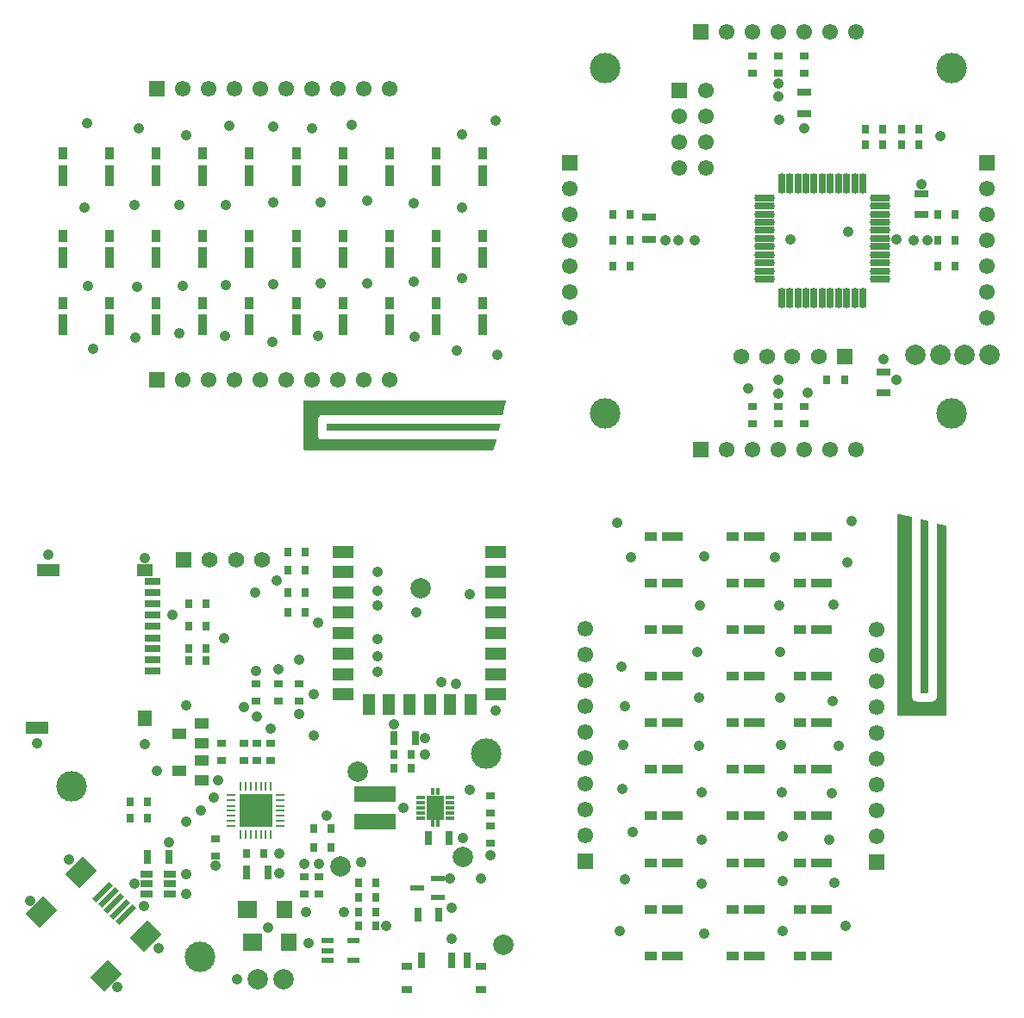
<source format=gts>
%MOIN*%
%OFA0B0*%
%FSLAX33Y33*%
%IPPOS*%
%LPD*%
%AMRect-W2000001-H800001-RO0.500*
21,1,0.078740196850393712,0.031496102362204723,0,0,360*%
%AMRect-W1200000-H800001-RO0.500*
21,1,0.047244094488188976,0.031496102362204723,0,0,360*%
%AMCOMP11893*
4,1,3,
-0.039370098425196856,-0.015748051181102354,
0.039370098425196856,-0.015748051181102372,
0.039370098425196856,0.015748051181102354,
-0.039370098425196856,0.015748051181102372,
0*%
%AMCOMP11894*
4,1,3,
-0.023622047244094491,-0.015748051181102354,
0.023622047244094484,-0.015748051181102368,
0.023622047244094491,0.015748051181102354,
-0.023622047244094484,0.015748051181102368,
0*%
%AMRect-W670710-H1320710-RO1.5000*
21,1,0.026405905511811028,0.05199645669291339,0,0,90*%
%AMRR-H1953199-W753199-R274999-RO1.5000*
21,1,0.00800003937007874,0.076897598425196848,0,0,90*
21,1,0.029653503937007875,0.055244133858267715,0,0,90*
1,1,0.021653464566929133,-0.027622066929133857,-0.00400001968503937*
1,1,0.021653464566929133,-0.027622066929133857,0.00400001968503937*
1,1,0.021653464566929133,0.027622066929133857,0.00400001968503937*
1,1,0.021653464566929133,0.027622066929133857,-0.00400001968503937*%
%AMRR-H1953199-W753199-R274999-RO0.0000*
21,1,0.00800003937007874,0.076897598425196848,0,0,360*
21,1,0.029653503937007875,0.055244133858267715,0,0,360*
1,1,0.021653464566929133,-0.00400001968503937,0.027622066929133857*
1,1,0.021653464566929133,0.00400001968503937,0.027622066929133857*
1,1,0.021653464566929133,0.00400001968503937,-0.027622066929133857*
1,1,0.021653464566929133,-0.00400001968503937,-0.027622066929133857*%
%AMRect-W670710-H870710-RO1.0000*
21,1,0.026405905511811028,0.03427992125984252,0,0,180*%
%AMRect-W1550000-H1550000-RO0.5000*
21,1,0.0610236220472441,0.0610236220472441,0,0,270*%
%AMRect-W670710-H1320710-RO0.5000*
21,1,0.026405905511811028,0.05199645669291339,0,0,270*%
%AMRect-W1570000-H1570000-RO1.0000*
21,1,0.061811023622047247,0.061811023622047247,0,0,180*%
%AMRect-W670710-H870710-RO1.5000*
21,1,0.026405905511811028,0.03427992125984252,0,0,90*%
%AMRect-W670710-H870710-RO0.5000*
21,1,0.026405905511811028,0.03427992125984252,0,0,270*%
%AMCOMP119150*
4,1,3,
0.025998228346456695,-0.013202952755905516,
0.025998228346456695,0.013202952755905511,
-0.025998228346456695,0.013202952755905516,
-0.025998228346456695,-0.013202952755905511,
0*%
%AMCOMP119160*
4,1,3,
0.038448799212598424,-0.0040000196850393721,
0.038448799212598424,0.0040000196850393677,
-0.038448799212598424,0.0040000196850393721,
-0.038448799212598424,-0.0040000196850393677,
0*
4,1,3,
0.027622066929133857,-0.014826751968503939,
0.027622066929133857,0.014826751968503934,
-0.027622066929133857,0.014826751968503939,
-0.027622066929133857,-0.014826751968503934,
0*
4,1,19,
-0.027622066929133857,0.0068267125984251978,
-0.024276422659995425,0.0062968146033327158,
-0.021258273362394574,0.0047589907258313458,
-0.018863056518263144,0.002363773881699914,
-0.017325232640761776,-0.00065437541590093794,
-0.016795334645669291,-0.0040000196850393695,
-0.017325232640761773,-0.0073456639541778007,
-0.01886305651826314,-0.010363813251778655,
-0.021258273362394574,-0.012759030095910085,
-0.024276422659995425,-0.014296853973411452,
-0.027622066929133857,-0.014826751968503938,
-0.030967711198272293,-0.014296853973411452,
-0.033985860495873141,-0.012759030095910087,
-0.036381077340004571,-0.010363813251778655,
-0.037918901217505942,-0.0073456639541778041,
-0.038448799212598424,-0.0040000196850393721,
-0.037918901217505942,-0.00065437541590094022,
-0.036381077340004578,0.0023637738816999127,
-0.033985860495873141,0.0047589907258313432,
-0.030967711198272293,0.0062968146033327141,
0*
4,1,19,
-0.027622066929133857,0.014826751968503938,
-0.024276422659995425,0.014296853973411456,
-0.021258273362394574,0.012759030095910087,
-0.018863056518263144,0.010363813251778655,
-0.017325232640761776,0.0073456639541778033,
-0.016795334645669291,0.00400001968503937,
-0.017325232640761773,0.000654375415900939,
-0.01886305651826314,-0.002363773881699914,
-0.021258273362394574,-0.0047589907258313449,
-0.024276422659995425,-0.0062968146033327141,
-0.027622066929133857,-0.0068267125984251978,
-0.030967711198272293,-0.0062968146033327141,
-0.033985860495873141,-0.0047589907258313467,
-0.036381077340004571,-0.0023637738816999149,
-0.037918901217505942,0.00065437541590093631,
-0.038448799212598424,0.0040000196850393677,
-0.037918901217505942,0.0073456639541778007,
-0.036381077340004578,0.010363813251778653,
-0.033985860495873141,0.012759030095910085,
-0.030967711198272293,0.014296853973411452,
0*
4,1,19,
0.027622066929133857,0.014826751968503938,
0.030967711198272293,0.014296853973411456,
0.033985860495873141,0.012759030095910087,
0.036381077340004571,0.010363813251778655,
0.037918901217505942,0.0073456639541778033,
0.038448799212598424,0.00400001968503937,
0.037918901217505942,0.000654375415900939,
0.036381077340004578,-0.002363773881699914,
0.033985860495873141,-0.0047589907258313449,
0.030967711198272293,-0.0062968146033327141,
0.027622066929133857,-0.0068267125984251978,
0.024276422659995425,-0.0062968146033327141,
0.021258273362394577,-0.0047589907258313467,
0.018863056518263144,-0.0023637738816999149,
0.017325232640761776,0.00065437541590093631,
0.016795334645669291,0.0040000196850393677,
0.017325232640761773,0.0073456639541778007,
0.01886305651826314,0.010363813251778653,
0.021258273362394574,0.012759030095910085,
0.024276422659995425,0.014296853973411452,
0*
4,1,19,
0.027622066929133857,0.0068267125984251978,
0.030967711198272293,0.0062968146033327158,
0.033985860495873141,0.0047589907258313458,
0.036381077340004571,0.002363773881699914,
0.037918901217505942,-0.00065437541590093794,
0.038448799212598424,-0.0040000196850393695,
0.037918901217505942,-0.0073456639541778007,
0.036381077340004578,-0.010363813251778655,
0.033985860495873141,-0.012759030095910085,
0.030967711198272293,-0.014296853973411452,
0.027622066929133857,-0.014826751968503938,
0.024276422659995425,-0.014296853973411452,
0.021258273362394577,-0.012759030095910087,
0.018863056518263144,-0.010363813251778655,
0.017325232640761776,-0.0073456639541778041,
0.016795334645669291,-0.0040000196850393721,
0.017325232640761773,-0.00065437541590094022,
0.01886305651826314,0.0023637738816999127,
0.021258273362394574,0.0047589907258313432,
0.024276422659995425,0.0062968146033327141,
0*%
%AMCOMP119170*
4,1,3,
-0.00400001968503938,-0.038448799212598424,
0.0040000196850393608,-0.038448799212598424,
0.00400001968503938,0.038448799212598424,
-0.0040000196850393608,0.038448799212598424,
0*
4,1,3,
-0.014826751968503943,-0.027622066929133854,
0.014826751968503931,-0.027622066929133864,
0.014826751968503943,0.027622066929133854,
-0.014826751968503931,0.027622066929133864,
0*
4,1,19,
-0.00400001968503937,0.038448799212598424,
-0.00065437541590093848,0.037918901217505942,
0.002363773881699914,0.036381077340004578,
0.0047589907258313449,0.033985860495873141,
0.0062968146033327141,0.030967711198272293,
0.0068267125984251978,0.027622066929133857,
0.0062968146033327158,0.024276422659995425,
0.0047589907258313458,0.021258273362394574,
0.0023637738816999149,0.018863056518263144,
-0.00065437541590093685,0.017325232640761776,
-0.0040000196850393695,0.016795334645669291,
-0.007345663954177805,0.017325232640761776,
-0.010363813251778653,0.01886305651826314,
-0.012759030095910085,0.021258273362394574,
-0.014296853973411452,0.024276422659995425,
-0.014826751968503938,0.027622066929133857,
-0.014296853973411456,0.030967711198272286,
-0.012759030095910087,0.033985860495873141,
-0.010363813251778656,0.036381077340004571,
-0.007345663954177805,0.037918901217505942,
0*
4,1,19,
0.00400001968503937,0.038448799212598424,
0.0073456639541778015,0.037918901217505942,
0.010363813251778655,0.036381077340004578,
0.012759030095910085,0.033985860495873141,
0.014296853973411452,0.030967711198272293,
0.014826751968503938,0.027622066929133857,
0.014296853973411456,0.024276422659995425,
0.012759030095910087,0.021258273362394574,
0.010363813251778655,0.018863056518263144,
0.0073456639541778033,0.017325232640761776,
0.0040000196850393712,0.016795334645669291,
0.00065437541590093523,0.017325232640761776,
-0.0023637738816999127,0.01886305651826314,
-0.0047589907258313449,0.021258273362394574,
-0.0062968146033327141,0.024276422659995425,
-0.0068267125984251978,0.027622066929133857,
-0.0062968146033327158,0.030967711198272286,
-0.0047589907258313467,0.033985860495873141,
-0.0023637738816999162,0.036381077340004571,
0.00065437541590093577,0.037918901217505942,
0*
4,1,19,
0.00400001968503937,-0.016795334645669291,
0.0073456639541778015,-0.017325232640761773,
0.010363813251778655,-0.01886305651826314,
0.012759030095910085,-0.021258273362394574,
0.014296853973411452,-0.024276422659995425,
0.014826751968503938,-0.027622066929133857,
0.014296853973411456,-0.030967711198272293,
0.012759030095910087,-0.033985860495873141,
0.010363813251778655,-0.036381077340004571,
0.0073456639541778033,-0.037918901217505942,
0.0040000196850393712,-0.038448799212598424,
0.00065437541590093523,-0.037918901217505942,
-0.0023637738816999127,-0.036381077340004578,
-0.0047589907258313449,-0.033985860495873141,
-0.0062968146033327141,-0.030967711198272293,
-0.0068267125984251978,-0.027622066929133857,
-0.0062968146033327158,-0.024276422659995429,
-0.0047589907258313467,-0.021258273362394577,
-0.0023637738816999162,-0.018863056518263147,
0.00065437541590093577,-0.017325232640761776,
0*
4,1,19,
-0.00400001968503937,-0.016795334645669291,
-0.00065437541590093848,-0.017325232640761773,
0.002363773881699914,-0.01886305651826314,
0.0047589907258313449,-0.021258273362394574,
0.0062968146033327141,-0.024276422659995425,
0.0068267125984251978,-0.027622066929133857,
0.0062968146033327158,-0.030967711198272293,
0.0047589907258313458,-0.033985860495873141,
0.0023637738816999149,-0.036381077340004571,
-0.00065437541590093685,-0.037918901217505942,
-0.0040000196850393695,-0.038448799212598424,
-0.007345663954177805,-0.037918901217505942,
-0.010363813251778653,-0.036381077340004578,
-0.012759030095910085,-0.033985860495873141,
-0.014296853973411452,-0.030967711198272293,
-0.014826751968503938,-0.027622066929133857,
-0.014296853973411456,-0.024276422659995429,
-0.012759030095910087,-0.021258273362394577,
-0.010363813251778656,-0.018863056518263147,
-0.007345663954177805,-0.017325232640761776,
0*%
%AMCOMP119180*
4,1,3,
0.013202952755905516,0.017139960629921257,
-0.013202952755905511,0.017139960629921264,
-0.013202952755905516,-0.017139960629921257,
0.013202952755905511,-0.017139960629921264,
0*%
%AMCOMP119190*
4,1,3,
-0.030511811023622045,0.030511811023622055,
-0.030511811023622055,-0.030511811023622045,
0.030511811023622045,-0.030511811023622055,
0.030511811023622055,0.030511811023622045,
0*%
%AMCOMP119200*
4,1,3,
-0.025998228346456691,0.013202952755905517,
-0.0259982283464567,-0.013202952755905509,
0.025998228346456691,-0.013202952755905517,
0.0259982283464567,0.013202952755905509,
0*%
%AMCOMP119210*
4,1,3,
0.03090551181102363,0.03090551181102362,
-0.03090551181102362,0.03090551181102363,
-0.03090551181102363,-0.03090551181102362,
0.03090551181102362,-0.03090551181102363,
0*%
%AMCOMP119220*
4,1,3,
0.01713996062992126,-0.013202952755905514,
0.01713996062992126,0.013202952755905514,
-0.01713996062992126,0.013202952755905514,
-0.01713996062992126,-0.013202952755905514,
0*%
%AMCOMP119230*
4,1,3,
-0.017139960629921257,0.013202952755905516,
-0.017139960629921264,-0.013202952755905511,
0.017139960629921257,-0.013202952755905516,
0.017139960629921264,0.013202952755905511,
0*%
%AMCOMP12115*
4,1,3,
-0.039370098425196856,-0.015748051181102354,
0.039370098425196856,-0.015748051181102372,
0.039370098425196856,0.015748051181102354,
-0.039370098425196856,0.015748051181102372,
0*%
%AMCOMP12116*
4,1,3,
-0.023622047244094491,-0.015748051181102354,
0.023622047244094484,-0.015748051181102368,
0.023622047244094491,0.015748051181102354,
-0.023622047244094484,0.015748051181102368,
0*%
%AMCOMP12117*
4,1,3,
0.025998228346456695,-0.013202952755905516,
0.025998228346456695,0.013202952755905511,
-0.025998228346456695,0.013202952755905516,
-0.025998228346456695,-0.013202952755905511,
0*%
%AMCOMP12118*
4,1,3,
0.038448799212598424,-0.0040000196850393721,
0.038448799212598424,0.0040000196850393677,
-0.038448799212598424,0.0040000196850393721,
-0.038448799212598424,-0.0040000196850393677,
0*
4,1,3,
0.027622066929133857,-0.014826751968503939,
0.027622066929133857,0.014826751968503934,
-0.027622066929133857,0.014826751968503939,
-0.027622066929133857,-0.014826751968503934,
0*
4,1,19,
-0.027622066929133857,0.0068267125984251978,
-0.024276422659995425,0.0062968146033327158,
-0.021258273362394574,0.0047589907258313458,
-0.018863056518263144,0.002363773881699914,
-0.017325232640761776,-0.00065437541590093794,
-0.016795334645669291,-0.0040000196850393695,
-0.017325232640761773,-0.0073456639541778007,
-0.01886305651826314,-0.010363813251778655,
-0.021258273362394574,-0.012759030095910085,
-0.024276422659995425,-0.014296853973411452,
-0.027622066929133857,-0.014826751968503938,
-0.030967711198272293,-0.014296853973411452,
-0.033985860495873141,-0.012759030095910087,
-0.036381077340004571,-0.010363813251778655,
-0.037918901217505942,-0.0073456639541778041,
-0.038448799212598424,-0.0040000196850393721,
-0.037918901217505942,-0.00065437541590094022,
-0.036381077340004578,0.0023637738816999127,
-0.033985860495873141,0.0047589907258313432,
-0.030967711198272293,0.0062968146033327141,
0*
4,1,19,
-0.027622066929133857,0.014826751968503938,
-0.024276422659995425,0.014296853973411456,
-0.021258273362394574,0.012759030095910087,
-0.018863056518263144,0.010363813251778655,
-0.017325232640761776,0.0073456639541778033,
-0.016795334645669291,0.00400001968503937,
-0.017325232640761773,0.000654375415900939,
-0.01886305651826314,-0.002363773881699914,
-0.021258273362394574,-0.0047589907258313449,
-0.024276422659995425,-0.0062968146033327141,
-0.027622066929133857,-0.0068267125984251978,
-0.030967711198272293,-0.0062968146033327141,
-0.033985860495873141,-0.0047589907258313467,
-0.036381077340004571,-0.0023637738816999149,
-0.037918901217505942,0.00065437541590093631,
-0.038448799212598424,0.0040000196850393677,
-0.037918901217505942,0.0073456639541778007,
-0.036381077340004578,0.010363813251778653,
-0.033985860495873141,0.012759030095910085,
-0.030967711198272293,0.014296853973411452,
0*
4,1,19,
0.027622066929133857,0.014826751968503938,
0.030967711198272293,0.014296853973411456,
0.033985860495873141,0.012759030095910087,
0.036381077340004571,0.010363813251778655,
0.037918901217505942,0.0073456639541778033,
0.038448799212598424,0.00400001968503937,
0.037918901217505942,0.000654375415900939,
0.036381077340004578,-0.002363773881699914,
0.033985860495873141,-0.0047589907258313449,
0.030967711198272293,-0.0062968146033327141,
0.027622066929133857,-0.0068267125984251978,
0.024276422659995425,-0.0062968146033327141,
0.021258273362394577,-0.0047589907258313467,
0.018863056518263144,-0.0023637738816999149,
0.017325232640761776,0.00065437541590093631,
0.016795334645669291,0.0040000196850393677,
0.017325232640761773,0.0073456639541778007,
0.01886305651826314,0.010363813251778653,
0.021258273362394574,0.012759030095910085,
0.024276422659995425,0.014296853973411452,
0*
4,1,19,
0.027622066929133857,0.0068267125984251978,
0.030967711198272293,0.0062968146033327158,
0.033985860495873141,0.0047589907258313458,
0.036381077340004571,0.002363773881699914,
0.037918901217505942,-0.00065437541590093794,
0.038448799212598424,-0.0040000196850393695,
0.037918901217505942,-0.0073456639541778007,
0.036381077340004578,-0.010363813251778655,
0.033985860495873141,-0.012759030095910085,
0.030967711198272293,-0.014296853973411452,
0.027622066929133857,-0.014826751968503938,
0.024276422659995425,-0.014296853973411452,
0.021258273362394577,-0.012759030095910087,
0.018863056518263144,-0.010363813251778655,
0.017325232640761776,-0.0073456639541778041,
0.016795334645669291,-0.0040000196850393721,
0.017325232640761773,-0.00065437541590094022,
0.01886305651826314,0.0023637738816999127,
0.021258273362394574,0.0047589907258313432,
0.024276422659995425,0.0062968146033327141,
0*%
%AMCOMP12119*
4,1,3,
-0.00400001968503938,-0.038448799212598424,
0.0040000196850393608,-0.038448799212598424,
0.00400001968503938,0.038448799212598424,
-0.0040000196850393608,0.038448799212598424,
0*
4,1,3,
-0.014826751968503943,-0.027622066929133854,
0.014826751968503931,-0.027622066929133864,
0.014826751968503943,0.027622066929133854,
-0.014826751968503931,0.027622066929133864,
0*
4,1,19,
-0.00400001968503937,0.038448799212598424,
-0.00065437541590093848,0.037918901217505942,
0.002363773881699914,0.036381077340004578,
0.0047589907258313449,0.033985860495873141,
0.0062968146033327141,0.030967711198272293,
0.0068267125984251978,0.027622066929133857,
0.0062968146033327158,0.024276422659995425,
0.0047589907258313458,0.021258273362394574,
0.0023637738816999149,0.018863056518263144,
-0.00065437541590093685,0.017325232640761776,
-0.0040000196850393695,0.016795334645669291,
-0.007345663954177805,0.017325232640761776,
-0.010363813251778653,0.01886305651826314,
-0.012759030095910085,0.021258273362394574,
-0.014296853973411452,0.024276422659995425,
-0.014826751968503938,0.027622066929133857,
-0.014296853973411456,0.030967711198272286,
-0.012759030095910087,0.033985860495873141,
-0.010363813251778656,0.036381077340004571,
-0.007345663954177805,0.037918901217505942,
0*
4,1,19,
0.00400001968503937,0.038448799212598424,
0.0073456639541778015,0.037918901217505942,
0.010363813251778655,0.036381077340004578,
0.012759030095910085,0.033985860495873141,
0.014296853973411452,0.030967711198272293,
0.014826751968503938,0.027622066929133857,
0.014296853973411456,0.024276422659995425,
0.012759030095910087,0.021258273362394574,
0.010363813251778655,0.018863056518263144,
0.0073456639541778033,0.017325232640761776,
0.0040000196850393712,0.016795334645669291,
0.00065437541590093523,0.017325232640761776,
-0.0023637738816999127,0.01886305651826314,
-0.0047589907258313449,0.021258273362394574,
-0.0062968146033327141,0.024276422659995425,
-0.0068267125984251978,0.027622066929133857,
-0.0062968146033327158,0.030967711198272286,
-0.0047589907258313467,0.033985860495873141,
-0.0023637738816999162,0.036381077340004571,
0.00065437541590093577,0.037918901217505942,
0*
4,1,19,
0.00400001968503937,-0.016795334645669291,
0.0073456639541778015,-0.017325232640761773,
0.010363813251778655,-0.01886305651826314,
0.012759030095910085,-0.021258273362394574,
0.014296853973411452,-0.024276422659995425,
0.014826751968503938,-0.027622066929133857,
0.014296853973411456,-0.030967711198272293,
0.012759030095910087,-0.033985860495873141,
0.010363813251778655,-0.036381077340004571,
0.0073456639541778033,-0.037918901217505942,
0.0040000196850393712,-0.038448799212598424,
0.00065437541590093523,-0.037918901217505942,
-0.0023637738816999127,-0.036381077340004578,
-0.0047589907258313449,-0.033985860495873141,
-0.0062968146033327141,-0.030967711198272293,
-0.0068267125984251978,-0.027622066929133857,
-0.0062968146033327158,-0.024276422659995429,
-0.0047589907258313467,-0.021258273362394577,
-0.0023637738816999162,-0.018863056518263147,
0.00065437541590093577,-0.017325232640761776,
0*
4,1,19,
-0.00400001968503937,-0.016795334645669291,
-0.00065437541590093848,-0.017325232640761773,
0.002363773881699914,-0.01886305651826314,
0.0047589907258313449,-0.021258273362394574,
0.0062968146033327141,-0.024276422659995425,
0.0068267125984251978,-0.027622066929133857,
0.0062968146033327158,-0.030967711198272293,
0.0047589907258313458,-0.033985860495873141,
0.0023637738816999149,-0.036381077340004571,
-0.00065437541590093685,-0.037918901217505942,
-0.0040000196850393695,-0.038448799212598424,
-0.007345663954177805,-0.037918901217505942,
-0.010363813251778653,-0.036381077340004578,
-0.012759030095910085,-0.033985860495873141,
-0.014296853973411452,-0.030967711198272293,
-0.014826751968503938,-0.027622066929133857,
-0.014296853973411456,-0.024276422659995429,
-0.012759030095910087,-0.021258273362394577,
-0.010363813251778656,-0.018863056518263147,
-0.007345663954177805,-0.017325232640761776,
0*%
%AMCOMP12120*
4,1,3,
0.013202952755905516,0.017139960629921257,
-0.013202952755905511,0.017139960629921264,
-0.013202952755905516,-0.017139960629921257,
0.013202952755905511,-0.017139960629921264,
0*%
%AMCOMP12121*
4,1,3,
-0.030511811023622045,0.030511811023622055,
-0.030511811023622055,-0.030511811023622045,
0.030511811023622045,-0.030511811023622055,
0.030511811023622055,0.030511811023622045,
0*%
%AMCOMP12122*
4,1,3,
-0.025998228346456691,0.013202952755905517,
-0.0259982283464567,-0.013202952755905509,
0.025998228346456691,-0.013202952755905517,
0.0259982283464567,0.013202952755905509,
0*%
%AMCOMP12123*
4,1,3,
0.03090551181102363,0.03090551181102362,
-0.03090551181102362,0.03090551181102363,
-0.03090551181102363,-0.03090551181102362,
0.03090551181102362,-0.03090551181102363,
0*%
%AMCOMP12124*
4,1,3,
0.01713996062992126,-0.013202952755905514,
0.01713996062992126,0.013202952755905514,
-0.01713996062992126,0.013202952755905514,
-0.01713996062992126,-0.013202952755905514,
0*%
%AMCOMP12125*
4,1,3,
-0.017139960629921257,0.013202952755905516,
-0.017139960629921264,-0.013202952755905511,
0.017139960629921257,-0.013202952755905516,
0.017139960629921264,0.013202952755905511,
0*%
%AMRect-W670710-H870710-RO0.5001*
21,1,0.026405905511811028,0.03427992125984252,0,0,270*%
%AMRect-W1500000-H4000000-RO1.5000*
21,1,0.059055118110236227,0.15748031496062992,0,0,90*%
%AMRect-W670710-H870710-RO1.0001*
21,1,0.026405905511811028,0.03427992125984252,0,0,180*%
%AMRect-W1400000-H1000000-RO1.0000*
21,1,0.055118110236220472,0.03937007874015748,0,0,180*%
%AMRect-W670710-H870710-RO1.5001*
21,1,0.026405905511811028,0.03427992125984252,0,0,90*%
%AMRect-W700000-H1600000-RO1.5000*
21,1,0.027559055118110236,0.062992125984251982,0,0,90*%
%AMRect-W1200000-H1600000-RO0.5000*
21,1,0.047244094488188976,0.062992125984251982,0,0,270*%
%AMRect-W1600000-H1400000-RO0.5000*
21,1,0.062992125984251982,0.055118110236220472,0,0,270*%
%AMRect-W1200000-H2200000-RO0.5000*
21,1,0.047244094488188976,0.086614173228346469,0,0,270*%
%AMRect-W280000-H850000-RO0.5000*
21,1,0.011023622047244096,0.033464566929133861,0,0,270*%
%AMRect-W2400000-H1650000-RO0.5000*
21,1,0.094488188976377951,0.064960629921259838,0,0,270*%
%AMRect-W700000-H280000-RO0.5000*
21,1,0.027559055118110236,0.011023622047244096,0,0,270*%
%AMRect-W1280000-H550000-RO1.0000*
21,1,0.050393700787401581,0.021653543307086617,0,0,180*%
%AMRect-W1520000-H1680000-RO1.0000*
21,1,0.059842519685039376,0.066141732283464566,0,0,180*%
%AMRect-W1880000-H1680000-RO1.0000*
21,1,0.074015748031496062,0.066141732283464566,0,0,180*%
%AMRect-W2300000-H500000-RO1.7500*
21,1,0.0905511811023622,0.01968503937007874,0,0,45*%
%AMRect-W2500000-H2000000-RO1.7500*
21,1,0.0984251968503937,0.07874015748031496,0,0,45*%
%AMRect-W600000-H1200000-RO0.5000*
21,1,0.023622047244094488,0.047244094488188976,0,0,270*%
%AMCOMP119610*
4,1,3,
-0.017139960629921257,0.013202952755905516,
-0.017139960629921264,-0.013202952755905511,
0.017139960629921257,-0.013202952755905516,
0.017139960629921264,0.013202952755905511,
0*%
%AMCOMP119620*
4,1,3,
0.07874015748031496,-0.029527559055118117,
0.07874015748031496,0.029527559055118106,
-0.07874015748031496,0.029527559055118117,
-0.07874015748031496,-0.029527559055118106,
0*%
%AMCOMP119630*
4,1,3,
0.013202952755905516,0.017139960629921257,
-0.013202952755905511,0.017139960629921264,
-0.013202952755905516,-0.017139960629921257,
0.013202952755905511,-0.017139960629921264,
0*%
%AMCOMP119640*
4,1,3,
0.027559055118110239,0.019685039370078736,
-0.027559055118110232,0.019685039370078747,
-0.027559055118110239,-0.019685039370078736,
0.027559055118110232,-0.019685039370078747,
0*%
%AMCOMP119650*
4,1,3,
0.01713996062992126,-0.013202952755905514,
0.01713996062992126,0.013202952755905514,
-0.01713996062992126,0.013202952755905514,
-0.01713996062992126,-0.013202952755905514,
0*%
%AMCOMP119660*
4,1,3,
0.031496062992125991,-0.01377952755905512,
0.031496062992125991,0.013779527559055116,
-0.031496062992125991,0.01377952755905512,
-0.031496062992125991,-0.013779527559055116,
0*%
%AMCOMP119670*
4,1,3,
-0.031496062992125984,0.023622047244094491,
-0.031496062992125991,-0.023622047244094484,
0.031496062992125984,-0.023622047244094491,
0.031496062992125991,0.023622047244094484,
0*%
%AMCOMP119680*
4,1,3,
-0.027559055118110232,0.031496062992125991,
-0.027559055118110239,-0.031496062992125984,
0.027559055118110232,-0.031496062992125991,
0.027559055118110239,0.031496062992125984,
0*%
%AMCOMP119690*
4,1,3,
-0.043307086614173235,0.0236220472440945,
-0.043307086614173235,-0.023622047244094481,
0.043307086614173235,-0.0236220472440945,
0.043307086614173235,0.023622047244094481,
0*%
%AMCOMP119700*
4,1,3,
-0.016732283464566931,0.0055118110236220515,
-0.016732283464566931,-0.0055118110236220446,
0.016732283464566931,-0.0055118110236220515,
0.016732283464566931,0.0055118110236220446,
0*%
%AMCOMP119710*
4,1,3,
-0.032480314960629912,0.047244094488188983,
-0.032480314960629933,-0.047244094488188969,
0.032480314960629912,-0.047244094488188983,
0.032480314960629933,0.047244094488188969,
0*%
%AMCOMP119720*
4,1,3,
-0.0055118110236220463,0.013779527559055118,
-0.0055118110236220506,-0.013779527559055118,
0.0055118110236220463,-0.013779527559055118,
0.0055118110236220506,0.013779527559055118,
0*%
%AMCOMP119730*
4,1,3,
0.025196850393700791,0.010826771653543307,
-0.025196850393700791,0.01082677165354331,
-0.025196850393700791,-0.010826771653543307,
0.025196850393700791,-0.01082677165354331,
0*%
%AMCOMP119740*
4,1,3,
0.029921259842519692,0.033070866141732283,
-0.029921259842519681,0.03307086614173229,
-0.029921259842519692,-0.033070866141732283,
0.029921259842519681,-0.03307086614173229,
0*%
%AMCOMP119750*
4,1,3,
0.037007874015748038,0.033070866141732283,
-0.037007874015748024,0.03307086614173229,
-0.037007874015748038,-0.033070866141732283,
0.037007874015748024,-0.03307086614173229,
0*%
%AMCOMP119760*
4,1,3,
-0.025054964687712313,-0.038974389514219152,
0.038974389514219152,0.02505496468771231,
0.025054964687712313,0.038974389514219152,
-0.038974389514219152,-0.02505496468771231,
0*%
%AMCOMP119770*
4,1,3,
-0.0069597124132534244,-0.062637411719280792,
0.062637411719280792,0.0069597124132534157,
0.0069597124132534244,0.062637411719280792,
-0.062637411719280792,-0.0069597124132534157,
0*%
%AMCOMP119780*
4,1,3,
-0.023622047244094488,0.011811023622047249,
-0.023622047244094488,-0.011811023622047241,
0.023622047244094488,-0.011811023622047249,
0.023622047244094488,0.011811023622047241,
0*%
%AMRect-W2000001-H800001-RO0.50000*
21,1,0.078740196850393712,0.031496102362204723,0,0,270*%
%AMRect-W1200000-H800001-RO0.50000*
21,1,0.047244094488188976,0.031496102362204723,0,0,270*%
%AMCOMP1198300*
4,1,3,
-0.015748051181102354,0.039370098425196856,
-0.015748051181102368,-0.039370098425196856,
0.015748051181102354,-0.039370098425196856,
0.015748051181102368,0.039370098425196856,
0*%
%AMCOMP1198400*
4,1,3,
-0.015748051181102358,0.023622047244094491,
-0.015748051181102368,-0.023622047244094484,
0.015748051181102358,-0.023622047244094491,
0.015748051181102368,0.023622047244094484,
0*%
%AMCOMP121260*
4,1,3,
-0.017139960629921257,0.013202952755905516,
-0.017139960629921264,-0.013202952755905511,
0.017139960629921257,-0.013202952755905516,
0.017139960629921264,0.013202952755905511,
0*%
%AMCOMP121270*
4,1,3,
0.07874015748031496,-0.029527559055118117,
0.07874015748031496,0.029527559055118106,
-0.07874015748031496,0.029527559055118117,
-0.07874015748031496,-0.029527559055118106,
0*%
%AMCOMP121280*
4,1,3,
0.013202952755905516,0.017139960629921257,
-0.013202952755905511,0.017139960629921264,
-0.013202952755905516,-0.017139960629921257,
0.013202952755905511,-0.017139960629921264,
0*%
%AMCOMP121290*
4,1,3,
0.027559055118110239,0.019685039370078736,
-0.027559055118110232,0.019685039370078747,
-0.027559055118110239,-0.019685039370078736,
0.027559055118110232,-0.019685039370078747,
0*%
%AMCOMP121300*
4,1,3,
0.01713996062992126,-0.013202952755905514,
0.01713996062992126,0.013202952755905514,
-0.01713996062992126,0.013202952755905514,
-0.01713996062992126,-0.013202952755905514,
0*%
%AMCOMP121310*
4,1,3,
0.031496062992125991,-0.01377952755905512,
0.031496062992125991,0.013779527559055116,
-0.031496062992125991,0.01377952755905512,
-0.031496062992125991,-0.013779527559055116,
0*%
%AMCOMP121320*
4,1,3,
-0.031496062992125984,0.023622047244094491,
-0.031496062992125991,-0.023622047244094484,
0.031496062992125984,-0.023622047244094491,
0.031496062992125991,0.023622047244094484,
0*%
%AMCOMP121330*
4,1,3,
-0.027559055118110232,0.031496062992125991,
-0.027559055118110239,-0.031496062992125984,
0.027559055118110232,-0.031496062992125991,
0.027559055118110239,0.031496062992125984,
0*%
%AMCOMP121340*
4,1,3,
-0.043307086614173235,0.0236220472440945,
-0.043307086614173235,-0.023622047244094481,
0.043307086614173235,-0.0236220472440945,
0.043307086614173235,0.023622047244094481,
0*%
%AMCOMP121350*
4,1,3,
-0.016732283464566931,0.0055118110236220515,
-0.016732283464566931,-0.0055118110236220446,
0.016732283464566931,-0.0055118110236220515,
0.016732283464566931,0.0055118110236220446,
0*%
%AMCOMP121360*
4,1,3,
-0.032480314960629912,0.047244094488188983,
-0.032480314960629933,-0.047244094488188969,
0.032480314960629912,-0.047244094488188983,
0.032480314960629933,0.047244094488188969,
0*%
%AMCOMP121370*
4,1,3,
-0.0055118110236220463,0.013779527559055118,
-0.0055118110236220506,-0.013779527559055118,
0.0055118110236220463,-0.013779527559055118,
0.0055118110236220506,0.013779527559055118,
0*%
%AMCOMP121380*
4,1,3,
0.025196850393700791,0.010826771653543307,
-0.025196850393700791,0.01082677165354331,
-0.025196850393700791,-0.010826771653543307,
0.025196850393700791,-0.01082677165354331,
0*%
%AMCOMP121390*
4,1,3,
0.029921259842519692,0.033070866141732283,
-0.029921259842519681,0.03307086614173229,
-0.029921259842519692,-0.033070866141732283,
0.029921259842519681,-0.03307086614173229,
0*%
%AMCOMP121400*
4,1,3,
0.037007874015748038,0.033070866141732283,
-0.037007874015748024,0.03307086614173229,
-0.037007874015748038,-0.033070866141732283,
0.037007874015748024,-0.03307086614173229,
0*%
%AMCOMP121410*
4,1,3,
-0.025054964687712313,-0.038974389514219152,
0.038974389514219152,0.02505496468771231,
0.025054964687712313,0.038974389514219152,
-0.038974389514219152,-0.02505496468771231,
0*%
%AMCOMP121420*
4,1,3,
-0.0069597124132534244,-0.062637411719280792,
0.062637411719280792,0.0069597124132534157,
0.0069597124132534244,0.062637411719280792,
-0.062637411719280792,-0.0069597124132534157,
0*%
%AMCOMP121430*
4,1,3,
-0.023622047244094488,0.011811023622047249,
-0.023622047244094488,-0.011811023622047241,
0.023622047244094488,-0.011811023622047249,
0.023622047244094488,0.011811023622047241,
0*%
%AMCOMP121440*
4,1,3,
-0.015748051181102354,0.039370098425196856,
-0.015748051181102368,-0.039370098425196856,
0.015748051181102354,-0.039370098425196856,
0.015748051181102368,0.039370098425196856,
0*%
%AMCOMP121450*
4,1,3,
-0.015748051181102358,0.023622047244094491,
-0.015748051181102368,-0.023622047244094484,
0.015748051181102358,-0.023622047244094491,
0.015748051181102368,0.023622047244094484,
0*%
%ADD10C,0.002*%
%ADD11C,0.042*%
%AMCOMP12146*
4,1,3,
-0.039370098425196856,-0.015748051181102354,
0.039370098425196856,-0.015748051181102372,
0.039370098425196856,0.015748051181102354,
-0.039370098425196856,0.015748051181102372,
0*%
%ADD12COMP12146*%
%AMCOMP12147*
4,1,3,
-0.023622047244094491,-0.015748051181102354,
0.023622047244094484,-0.015748051181102368,
0.023622047244094491,0.015748051181102354,
-0.023622047244094484,0.015748051181102368,
0*%
%ADD13COMP12147*%
%ADD14R,0.0610236220472441X0.0610236220472441*%
%ADD15C,0.0610236220472441*%
%ADD26C,0.042*%
%ADD27R,0.026405905511811028X0.03427992125984252*%
%ADD28C,0.07874015748031496*%
%AMCOMP12148*
4,1,3,
0.025998228346456695,-0.013202952755905516,
0.025998228346456695,0.013202952755905511,
-0.025998228346456695,0.013202952755905516,
-0.025998228346456695,-0.013202952755905511,
0*%
%ADD29COMP12148*%
%AMCOMP12149*
4,1,3,
0.038448799212598424,-0.0040000196850393721,
0.038448799212598424,0.0040000196850393677,
-0.038448799212598424,0.0040000196850393721,
-0.038448799212598424,-0.0040000196850393677,
0*
4,1,3,
0.027622066929133857,-0.014826751968503939,
0.027622066929133857,0.014826751968503934,
-0.027622066929133857,0.014826751968503939,
-0.027622066929133857,-0.014826751968503934,
0*
4,1,19,
-0.027622066929133857,0.0068267125984251978,
-0.024276422659995425,0.0062968146033327158,
-0.021258273362394574,0.0047589907258313458,
-0.018863056518263144,0.002363773881699914,
-0.017325232640761776,-0.00065437541590093794,
-0.016795334645669291,-0.0040000196850393695,
-0.017325232640761773,-0.0073456639541778007,
-0.01886305651826314,-0.010363813251778655,
-0.021258273362394574,-0.012759030095910085,
-0.024276422659995425,-0.014296853973411452,
-0.027622066929133857,-0.014826751968503938,
-0.030967711198272293,-0.014296853973411452,
-0.033985860495873141,-0.012759030095910087,
-0.036381077340004571,-0.010363813251778655,
-0.037918901217505942,-0.0073456639541778041,
-0.038448799212598424,-0.0040000196850393721,
-0.037918901217505942,-0.00065437541590094022,
-0.036381077340004578,0.0023637738816999127,
-0.033985860495873141,0.0047589907258313432,
-0.030967711198272293,0.0062968146033327141,
0*
4,1,19,
-0.027622066929133857,0.014826751968503938,
-0.024276422659995425,0.014296853973411456,
-0.021258273362394574,0.012759030095910087,
-0.018863056518263144,0.010363813251778655,
-0.017325232640761776,0.0073456639541778033,
-0.016795334645669291,0.00400001968503937,
-0.017325232640761773,0.000654375415900939,
-0.01886305651826314,-0.002363773881699914,
-0.021258273362394574,-0.0047589907258313449,
-0.024276422659995425,-0.0062968146033327141,
-0.027622066929133857,-0.0068267125984251978,
-0.030967711198272293,-0.0062968146033327141,
-0.033985860495873141,-0.0047589907258313467,
-0.036381077340004571,-0.0023637738816999149,
-0.037918901217505942,0.00065437541590093631,
-0.038448799212598424,0.0040000196850393677,
-0.037918901217505942,0.0073456639541778007,
-0.036381077340004578,0.010363813251778653,
-0.033985860495873141,0.012759030095910085,
-0.030967711198272293,0.014296853973411452,
0*
4,1,19,
0.027622066929133857,0.014826751968503938,
0.030967711198272293,0.014296853973411456,
0.033985860495873141,0.012759030095910087,
0.036381077340004571,0.010363813251778655,
0.037918901217505942,0.0073456639541778033,
0.038448799212598424,0.00400001968503937,
0.037918901217505942,0.000654375415900939,
0.036381077340004578,-0.002363773881699914,
0.033985860495873141,-0.0047589907258313449,
0.030967711198272293,-0.0062968146033327141,
0.027622066929133857,-0.0068267125984251978,
0.024276422659995425,-0.0062968146033327141,
0.021258273362394577,-0.0047589907258313467,
0.018863056518263144,-0.0023637738816999149,
0.017325232640761776,0.00065437541590093631,
0.016795334645669291,0.0040000196850393677,
0.017325232640761773,0.0073456639541778007,
0.01886305651826314,0.010363813251778653,
0.021258273362394574,0.012759030095910085,
0.024276422659995425,0.014296853973411452,
0*
4,1,19,
0.027622066929133857,0.0068267125984251978,
0.030967711198272293,0.0062968146033327158,
0.033985860495873141,0.0047589907258313458,
0.036381077340004571,0.002363773881699914,
0.037918901217505942,-0.00065437541590093794,
0.038448799212598424,-0.0040000196850393695,
0.037918901217505942,-0.0073456639541778007,
0.036381077340004578,-0.010363813251778655,
0.033985860495873141,-0.012759030095910085,
0.030967711198272293,-0.014296853973411452,
0.027622066929133857,-0.014826751968503938,
0.024276422659995425,-0.014296853973411452,
0.021258273362394577,-0.012759030095910087,
0.018863056518263144,-0.010363813251778655,
0.017325232640761776,-0.0073456639541778041,
0.016795334645669291,-0.0040000196850393721,
0.017325232640761773,-0.00065437541590094022,
0.01886305651826314,0.0023637738816999127,
0.021258273362394574,0.0047589907258313432,
0.024276422659995425,0.0062968146033327141,
0*%
%ADD30COMP12149*%
%AMCOMP12150*
4,1,3,
-0.00400001968503938,-0.038448799212598424,
0.0040000196850393608,-0.038448799212598424,
0.00400001968503938,0.038448799212598424,
-0.0040000196850393608,0.038448799212598424,
0*
4,1,3,
-0.014826751968503943,-0.027622066929133854,
0.014826751968503931,-0.027622066929133864,
0.014826751968503943,0.027622066929133854,
-0.014826751968503931,0.027622066929133864,
0*
4,1,19,
-0.00400001968503937,0.038448799212598424,
-0.00065437541590093848,0.037918901217505942,
0.002363773881699914,0.036381077340004578,
0.0047589907258313449,0.033985860495873141,
0.0062968146033327141,0.030967711198272293,
0.0068267125984251978,0.027622066929133857,
0.0062968146033327158,0.024276422659995425,
0.0047589907258313458,0.021258273362394574,
0.0023637738816999149,0.018863056518263144,
-0.00065437541590093685,0.017325232640761776,
-0.0040000196850393695,0.016795334645669291,
-0.007345663954177805,0.017325232640761776,
-0.010363813251778653,0.01886305651826314,
-0.012759030095910085,0.021258273362394574,
-0.014296853973411452,0.024276422659995425,
-0.014826751968503938,0.027622066929133857,
-0.014296853973411456,0.030967711198272286,
-0.012759030095910087,0.033985860495873141,
-0.010363813251778656,0.036381077340004571,
-0.007345663954177805,0.037918901217505942,
0*
4,1,19,
0.00400001968503937,0.038448799212598424,
0.0073456639541778015,0.037918901217505942,
0.010363813251778655,0.036381077340004578,
0.012759030095910085,0.033985860495873141,
0.014296853973411452,0.030967711198272293,
0.014826751968503938,0.027622066929133857,
0.014296853973411456,0.024276422659995425,
0.012759030095910087,0.021258273362394574,
0.010363813251778655,0.018863056518263144,
0.0073456639541778033,0.017325232640761776,
0.0040000196850393712,0.016795334645669291,
0.00065437541590093523,0.017325232640761776,
-0.0023637738816999127,0.01886305651826314,
-0.0047589907258313449,0.021258273362394574,
-0.0062968146033327141,0.024276422659995425,
-0.0068267125984251978,0.027622066929133857,
-0.0062968146033327158,0.030967711198272286,
-0.0047589907258313467,0.033985860495873141,
-0.0023637738816999162,0.036381077340004571,
0.00065437541590093577,0.037918901217505942,
0*
4,1,19,
0.00400001968503937,-0.016795334645669291,
0.0073456639541778015,-0.017325232640761773,
0.010363813251778655,-0.01886305651826314,
0.012759030095910085,-0.021258273362394574,
0.014296853973411452,-0.024276422659995425,
0.014826751968503938,-0.027622066929133857,
0.014296853973411456,-0.030967711198272293,
0.012759030095910087,-0.033985860495873141,
0.010363813251778655,-0.036381077340004571,
0.0073456639541778033,-0.037918901217505942,
0.0040000196850393712,-0.038448799212598424,
0.00065437541590093523,-0.037918901217505942,
-0.0023637738816999127,-0.036381077340004578,
-0.0047589907258313449,-0.033985860495873141,
-0.0062968146033327141,-0.030967711198272293,
-0.0068267125984251978,-0.027622066929133857,
-0.0062968146033327158,-0.024276422659995429,
-0.0047589907258313467,-0.021258273362394577,
-0.0023637738816999162,-0.018863056518263147,
0.00065437541590093577,-0.017325232640761776,
0*
4,1,19,
-0.00400001968503937,-0.016795334645669291,
-0.00065437541590093848,-0.017325232640761773,
0.002363773881699914,-0.01886305651826314,
0.0047589907258313449,-0.021258273362394574,
0.0062968146033327141,-0.024276422659995425,
0.0068267125984251978,-0.027622066929133857,
0.0062968146033327158,-0.030967711198272293,
0.0047589907258313458,-0.033985860495873141,
0.0023637738816999149,-0.036381077340004571,
-0.00065437541590093685,-0.037918901217505942,
-0.0040000196850393695,-0.038448799212598424,
-0.007345663954177805,-0.037918901217505942,
-0.010363813251778653,-0.036381077340004578,
-0.012759030095910085,-0.033985860495873141,
-0.014296853973411452,-0.030967711198272293,
-0.014826751968503938,-0.027622066929133857,
-0.014296853973411456,-0.024276422659995429,
-0.012759030095910087,-0.021258273362394577,
-0.010363813251778656,-0.018863056518263147,
-0.007345663954177805,-0.017325232640761776,
0*%
%ADD31COMP12150*%
%ADD32R,0.0610236220472441X0.0610236220472441*%
%ADD33C,0.0610236220472441*%
%ADD34C,0.11811023622047245*%
%AMCOMP12151*
4,1,3,
0.013202952755905516,0.017139960629921257,
-0.013202952755905511,0.017139960629921264,
-0.013202952755905516,-0.017139960629921257,
0.013202952755905511,-0.017139960629921264,
0*%
%ADD35COMP12151*%
%ADD36C,0.0610236220472441*%
%AMCOMP12152*
4,1,3,
-0.030511811023622045,0.030511811023622055,
-0.030511811023622055,-0.030511811023622045,
0.030511811023622045,-0.030511811023622055,
0.030511811023622055,0.030511811023622045,
0*%
%ADD37COMP12152*%
%AMCOMP12153*
4,1,3,
-0.025998228346456691,0.013202952755905517,
-0.0259982283464567,-0.013202952755905509,
0.025998228346456691,-0.013202952755905517,
0.0259982283464567,0.013202952755905509,
0*%
%ADD38COMP12153*%
%ADD39C,0.061811023622047247*%
%AMCOMP12154*
4,1,3,
0.03090551181102363,0.03090551181102362,
-0.03090551181102362,0.03090551181102363,
-0.03090551181102363,-0.03090551181102362,
0.03090551181102362,-0.03090551181102363,
0*%
%ADD40COMP12154*%
%AMCOMP12155*
4,1,3,
0.01713996062992126,-0.013202952755905514,
0.01713996062992126,0.013202952755905514,
-0.01713996062992126,0.013202952755905514,
-0.01713996062992126,-0.013202952755905514,
0*%
%ADD41COMP12155*%
%AMCOMP12156*
4,1,3,
-0.017139960629921257,0.013202952755905516,
-0.017139960629921264,-0.013202952755905511,
0.017139960629921257,-0.013202952755905516,
0.017139960629921264,0.013202952755905511,
0*%
%ADD42COMP12156*%
%ADD53C,0.042*%
%AMCOMP12157*
4,1,3,
-0.017139960629921257,0.013202952755905516,
-0.017139960629921264,-0.013202952755905511,
0.017139960629921257,-0.013202952755905516,
0.017139960629921264,0.013202952755905511,
0*%
%ADD54COMP12157*%
%AMCOMP12158*
4,1,3,
0.07874015748031496,-0.029527559055118117,
0.07874015748031496,0.029527559055118106,
-0.07874015748031496,0.029527559055118117,
-0.07874015748031496,-0.029527559055118106,
0*%
%ADD55COMP12158*%
%ADD56R,0.026405905511811028X0.03427992125984252*%
%AMCOMP12159*
4,1,3,
0.013202952755905516,0.017139960629921257,
-0.013202952755905511,0.017139960629921264,
-0.013202952755905516,-0.017139960629921257,
0.013202952755905511,-0.017139960629921264,
0*%
%ADD57COMP12159*%
%ADD58R,0.026405905511811028X0.05199645669291339*%
%AMCOMP12160*
4,1,3,
0.027559055118110239,0.019685039370078736,
-0.027559055118110232,0.019685039370078747,
-0.027559055118110239,-0.019685039370078736,
0.027559055118110232,-0.019685039370078747,
0*%
%ADD59COMP12160*%
%ADD60R,0.061811023622047247X0.061811023622047247*%
%ADD61C,0.061811023622047247*%
%AMCOMP12161*
4,1,3,
0.01713996062992126,-0.013202952755905514,
0.01713996062992126,0.013202952755905514,
-0.01713996062992126,0.013202952755905514,
-0.01713996062992126,-0.013202952755905514,
0*%
%ADD62COMP12161*%
%ADD63C,0.07874015748031496*%
%AMCOMP12162*
4,1,3,
0.031496062992125991,-0.01377952755905512,
0.031496062992125991,0.013779527559055116,
-0.031496062992125991,0.01377952755905512,
-0.031496062992125991,-0.013779527559055116,
0*%
%ADD64COMP12162*%
%AMCOMP12163*
4,1,3,
-0.031496062992125984,0.023622047244094491,
-0.031496062992125991,-0.023622047244094484,
0.031496062992125984,-0.023622047244094491,
0.031496062992125991,0.023622047244094484,
0*%
%ADD65COMP12163*%
%AMCOMP12164*
4,1,3,
-0.027559055118110232,0.031496062992125991,
-0.027559055118110239,-0.031496062992125984,
0.027559055118110232,-0.031496062992125991,
0.027559055118110239,0.031496062992125984,
0*%
%ADD66COMP12164*%
%AMCOMP12165*
4,1,3,
-0.043307086614173235,0.0236220472440945,
-0.043307086614173235,-0.023622047244094481,
0.043307086614173235,-0.0236220472440945,
0.043307086614173235,0.023622047244094481,
0*%
%ADD67COMP12165*%
%ADD68C,0.11811023622047245*%
%ADD69R,0.027559055118110236X0.059055118110236227*%
%ADD70R,0.03937007874015748X0.031496062992125991*%
%ADD71R,0.048031496062992125X0.024409448818897637*%
%ADD72C,0.023622047244094488*%
%AMCOMP12166*
4,1,3,
-0.016732283464566931,0.0055118110236220515,
-0.016732283464566931,-0.0055118110236220446,
0.016732283464566931,-0.0055118110236220515,
0.016732283464566931,0.0055118110236220446,
0*%
%ADD73COMP12166*%
%AMCOMP12167*
4,1,3,
-0.032480314960629912,0.047244094488188983,
-0.032480314960629933,-0.047244094488188969,
0.032480314960629912,-0.047244094488188983,
0.032480314960629933,0.047244094488188969,
0*%
%ADD74COMP12167*%
%AMCOMP12168*
4,1,3,
-0.0055118110236220463,0.013779527559055118,
-0.0055118110236220506,-0.013779527559055118,
0.0055118110236220463,-0.013779527559055118,
0.0055118110236220506,0.013779527559055118,
0*%
%ADD75COMP12168*%
%AMCOMP12169*
4,1,3,
0.025196850393700791,0.010826771653543307,
-0.025196850393700791,0.01082677165354331,
-0.025196850393700791,-0.010826771653543307,
0.025196850393700791,-0.01082677165354331,
0*%
%ADD76COMP12169*%
%AMCOMP12170*
4,1,3,
0.029921259842519692,0.033070866141732283,
-0.029921259842519681,0.03307086614173229,
-0.029921259842519692,-0.033070866141732283,
0.029921259842519681,-0.03307086614173229,
0*%
%ADD77COMP12170*%
%AMCOMP12171*
4,1,3,
0.037007874015748038,0.033070866141732283,
-0.037007874015748024,0.03307086614173229,
-0.037007874015748038,-0.033070866141732283,
0.037007874015748024,-0.03307086614173229,
0*%
%ADD78COMP12171*%
%AMCOMP12172*
4,1,3,
-0.025054964687712313,-0.038974389514219152,
0.038974389514219152,0.02505496468771231,
0.025054964687712313,0.038974389514219152,
-0.038974389514219152,-0.02505496468771231,
0*%
%ADD79COMP12172*%
%AMCOMP12173*
4,1,3,
-0.0069597124132534244,-0.062637411719280792,
0.062637411719280792,0.0069597124132534157,
0.0069597124132534244,0.062637411719280792,
-0.062637411719280792,-0.0069597124132534157,
0*%
%ADD80COMP12173*%
%AMCOMP12174*
4,1,3,
-0.023622047244094488,0.011811023622047249,
-0.023622047244094488,-0.011811023622047241,
0.023622047244094488,-0.011811023622047249,
0.023622047244094488,0.011811023622047241,
0*%
%ADD81COMP12174*%
%ADD82R,0.07874015748031496X0.047244094488188976*%
%ADD83R,0.047244094488188976X0.07874015748031496*%
%ADD84R,0.035433070866141732X0.00984251968503937*%
%ADD85R,0.00984251968503937X0.035433070866141732*%
%ADD86R,0.12795275590551181X0.12795275590551181*%
%ADD97C,0.002*%
%ADD98C,0.042*%
%AMCOMP12175*
4,1,3,
-0.015748051181102354,0.039370098425196856,
-0.015748051181102368,-0.039370098425196856,
0.015748051181102354,-0.039370098425196856,
0.015748051181102368,0.039370098425196856,
0*%
%ADD99COMP12175*%
%AMCOMP12176*
4,1,3,
-0.015748051181102358,0.023622047244094491,
-0.015748051181102368,-0.023622047244094484,
0.015748051181102358,-0.023622047244094491,
0.015748051181102368,0.023622047244094484,
0*%
%ADD100COMP12176*%
%ADD101R,0.0610236220472441X0.0610236220472441*%
%ADD102C,0.0610236220472441*%
%LPD*%
D10*
G01*
X003546Y001837D02*
X003546Y001837D01*
X003546Y001167*
X003546Y001167*
X003546Y001164*
X003546Y001164*
X003545Y001160*
X003545Y001160*
X003543Y001157*
X003543Y001157*
X003540Y001154*
X003540Y001154*
X003538Y001152*
X003538Y001152*
X003534Y001150*
X003534Y001150*
X003531Y001149*
X003531Y001149*
X003526Y001148*
X003526Y001148*
X003464Y001148*
X003464Y001148*
X003460Y001149*
X003460Y001149*
X003457Y001150*
X003457Y001150*
X003453Y001152*
X003453Y001152*
X003451Y001154*
X003451Y001154*
X003448Y001157*
X003448Y001157*
X003446Y001160*
X003446Y001160*
X003445Y001164*
X003445Y001164*
X003445Y001167*
X003445Y001167*
X003445Y001863*
X003392Y001875*
X003392Y001098*
X003581Y001098*
X003581Y001827*
X003546Y001837*
X003580Y001097D02*
X003580Y001829D01*
X003578Y001097D02*
X003578Y001829D01*
X003576Y001097D02*
X003576Y001830D01*
X003574Y001097D02*
X003574Y001830D01*
X003572Y001097D02*
X003572Y001831D01*
X003570Y001097D02*
X003570Y001831D01*
X003568Y001097D02*
X003568Y001832D01*
X003567Y001097D02*
X003567Y001833D01*
X003564Y001097D02*
X003564Y001833D01*
X003562Y001097D02*
X003562Y001834D01*
X003561Y001097D02*
X003561Y001834D01*
X003559Y001097D02*
X003559Y001835D01*
X003557Y001097D02*
X003557Y001835D01*
X003555Y001097D02*
X003555Y001836D01*
X003552Y001097D02*
X003552Y001836D01*
X003550Y001097D02*
X003550Y001837D01*
X003549Y001097D02*
X003549Y001838D01*
X003547Y001097D02*
X003547Y001838D01*
X003545Y001097D02*
X003545Y001839D01*
X003543Y001097D02*
X003543Y001160D01*
X003540Y001097D02*
X003540Y001156D01*
X003538Y001097D02*
X003538Y001154D01*
X003537Y001097D02*
X003537Y001153D01*
X003535Y001097D02*
X003535Y001152D01*
X003533Y001097D02*
X003533Y001151D01*
X003531Y001097D02*
X003531Y001150D01*
X003530Y001097D02*
X003530Y001150D01*
X003528Y001097D02*
X003528Y001150D01*
X003526Y001097D02*
X003526Y001149D01*
X003524Y001097D02*
X003524Y001149D01*
X003522Y001097D02*
X003522Y001149D01*
X003520Y001097D02*
X003520Y001149D01*
X003518Y001097D02*
X003518Y001149D01*
X003516Y001097D02*
X003516Y001149D01*
X003514Y001097D02*
X003514Y001149D01*
X003512Y001097D02*
X003512Y001149D01*
X003510Y001097D02*
X003510Y001149D01*
X003508Y001097D02*
X003508Y001149D01*
X003506Y001097D02*
X003506Y001149D01*
X003504Y001097D02*
X003504Y001149D01*
X003502Y001097D02*
X003502Y001149D01*
X003500Y001097D02*
X003500Y001149D01*
X003498Y001097D02*
X003498Y001149D01*
X003496Y001097D02*
X003496Y001149D01*
X003494Y001097D02*
X003494Y001149D01*
X003492Y001097D02*
X003492Y001149D01*
X003490Y001097D02*
X003490Y001149D01*
X003489Y001097D02*
X003489Y001149D01*
X003487Y001097D02*
X003487Y001149D01*
X003485Y001097D02*
X003485Y001149D01*
X003483Y001097D02*
X003483Y001149D01*
X003481Y001097D02*
X003481Y001149D01*
X003478Y001097D02*
X003478Y001149D01*
X003477Y001097D02*
X003477Y001149D01*
X003475Y001097D02*
X003475Y001149D01*
X003473Y001097D02*
X003473Y001149D01*
X003471Y001097D02*
X003471Y001149D01*
X003469Y001097D02*
X003469Y001149D01*
X003466Y001097D02*
X003466Y001149D01*
X003465Y001097D02*
X003465Y001149D01*
X003463Y001097D02*
X003463Y001150D01*
X003461Y001097D02*
X003461Y001150D01*
X003459Y001097D02*
X003459Y001150D01*
X003457Y001097D02*
X003457Y001151D01*
X003454Y001097D02*
X003454Y001152D01*
X003453Y001097D02*
X003453Y001153D01*
X003451Y001097D02*
X003451Y001155D01*
X003450Y001097D02*
X003450Y001157D01*
X003448Y001097D02*
X003448Y001160D01*
X003446Y001097D02*
X003446Y001864D01*
X003444Y001097D02*
X003444Y001864D01*
X003442Y001097D02*
X003442Y001865D01*
X003440Y001097D02*
X003440Y001865D01*
X003438Y001097D02*
X003438Y001866D01*
X003436Y001097D02*
X003436Y001866D01*
X003434Y001097D02*
X003434Y001867D01*
X003432Y001097D02*
X003432Y001867D01*
X003430Y001097D02*
X003430Y001867D01*
X003428Y001097D02*
X003428Y001868D01*
X003426Y001097D02*
X003426Y001868D01*
X003424Y001097D02*
X003424Y001869D01*
X003422Y001097D02*
X003422Y001869D01*
X003420Y001097D02*
X003420Y001870D01*
X003418Y001097D02*
X003418Y001870D01*
X003416Y001097D02*
X003416Y001871D01*
X003414Y001097D02*
X003414Y001871D01*
X003412Y001097D02*
X003412Y001871D01*
X003411Y001097D02*
X003411Y001872D01*
X003409Y001097D02*
X003409Y001872D01*
X003406Y001097D02*
X003406Y001873D01*
X003405Y001097D02*
X003405Y001873D01*
X003403Y001097D02*
X003403Y001874D01*
X003401Y001097D02*
X003401Y001874D01*
X003399Y001097D02*
X003399Y001875D01*
X003397Y001097D02*
X003397Y001875D01*
X003394Y001097D02*
X003394Y001875D01*
X003393Y001097D02*
X003393Y001876D01*
X003483Y001854D02*
X003483Y001854D01*
X003483Y001187*
X003508Y001187*
X003508Y001847*
X003483Y001854*
X003507Y001186D02*
X003507Y001849D01*
X003505Y001186D02*
X003505Y001849D01*
X003502Y001186D02*
X003502Y001850D01*
X003501Y001186D02*
X003501Y001850D01*
X003499Y001186D02*
X003499Y001851D01*
X003497Y001186D02*
X003497Y001851D01*
X003495Y001186D02*
X003495Y001852D01*
X003493Y001186D02*
X003493Y001852D01*
X003490Y001186D02*
X003490Y001853D01*
X003489Y001186D02*
X003489Y001853D01*
X003488Y001186D02*
X003488Y001854D01*
X003486Y001186D02*
X003486Y001854D01*
X003484Y001186D02*
X003484Y001855D01*
D11*
X002334Y000980D03*
X003216Y001847D03*
X002627Y001164D03*
X002364Y001709D03*
X002935Y001522D03*
X002629Y001522D03*
X002368Y000643D03*
X002948Y000262D03*
X002921Y001709D03*
X002340Y001130D03*
X003194Y000282D03*
X002309Y001841D03*
X002326Y001284D03*
X002627Y000979D03*
X003141Y000793D03*
X002635Y000616D03*
X002637Y000443D03*
X002939Y001164D03*
X002942Y000980D03*
X003143Y001152D03*
X003131Y000616D03*
X002620Y001342D03*
X002647Y001711D03*
X002340Y000461D03*
X002635Y000797D03*
X002645Y000250D03*
X002318Y000260D03*
X003167Y000977D03*
X002946Y000797D03*
X002948Y000628D03*
X002951Y000453D03*
X003145Y001526D03*
X002938Y001342D03*
X002328Y000811D03*
X003149Y000447D03*
X003198Y001689D03*
D12*
X002522Y001248D03*
D13*
X002438Y001248D03*
D12*
X002522Y001609D03*
D13*
X002438Y001609D03*
D12*
X002840Y001609D03*
D13*
X002755Y001609D03*
D12*
X002522Y000526D03*
D13*
X002438Y000526D03*
D12*
X003100Y000707D03*
D13*
X003015Y000707D03*
D12*
X002840Y000346D03*
D13*
X002755Y000346D03*
D12*
X002840Y000526D03*
D13*
X002755Y000526D03*
D12*
X002840Y000707D03*
D13*
X002755Y000707D03*
D14*
X003312Y000529D03*
D15*
X003312Y000629D03*
X003312Y000728D03*
X003312Y000829D03*
X003312Y000929D03*
X003312Y001029D03*
X003312Y001129D03*
X003312Y001229D03*
X003312Y001329D03*
X003312Y001429D03*
D12*
X002522Y000887D03*
D13*
X002438Y000887D03*
D12*
X002840Y001248D03*
D13*
X002755Y001248D03*
D12*
X002840Y001068D03*
D13*
X002755Y001068D03*
D12*
X002840Y001429D03*
D13*
X002755Y001429D03*
D12*
X002522Y000165D03*
D13*
X002438Y000165D03*
D12*
X002522Y001068D03*
D13*
X002438Y001068D03*
D12*
X002522Y001429D03*
D13*
X002438Y001429D03*
D12*
X003100Y001068D03*
D13*
X003015Y001068D03*
D12*
X003100Y000887D03*
D13*
X003015Y000887D03*
D14*
X002187Y000531D03*
D15*
X002187Y000631D03*
X002187Y000731D03*
X002187Y000831D03*
X002187Y000931D03*
X002187Y001031D03*
X002187Y001131D03*
X002187Y001231D03*
X002187Y001330D03*
X002187Y001431D03*
D12*
X003100Y000346D03*
D13*
X003015Y000346D03*
D12*
X003100Y000165D03*
D13*
X003015Y000165D03*
D12*
X003100Y000526D03*
D13*
X003015Y000526D03*
D12*
X003100Y001248D03*
D13*
X003015Y001248D03*
D12*
X002522Y000346D03*
D13*
X002438Y000346D03*
D12*
X003100Y001609D03*
D13*
X003015Y001609D03*
D12*
X002840Y000887D03*
D13*
X002755Y000887D03*
D12*
X002840Y001789D03*
D13*
X002755Y001789D03*
D12*
X002840Y000165D03*
D13*
X002755Y000165D03*
D12*
X002522Y000707D03*
D13*
X002438Y000707D03*
D12*
X003100Y001789D03*
D13*
X003015Y001789D03*
D12*
X002522Y001789D03*
D13*
X002438Y001789D03*
D12*
X003100Y001429D03*
D13*
X003015Y001429D03*
D26*
G01*
X002933Y002933D02*
X002933Y003540D03*
X003033Y003369D03*
X003391Y002393D03*
X003511Y002933D03*
X003391Y002937D03*
X003341Y002475D03*
X002546Y002933D03*
X003486Y003151D03*
X002817Y002361D03*
X003047Y002343D03*
X003561Y003338D03*
X002933Y002393D03*
X002937Y003400D03*
X003457Y002933D03*
X002933Y003490D03*
X003204Y002969D03*
X002933Y002342D03*
X002608Y002933D03*
X002980Y002937D03*
X002496Y002933D03*
D27*
X003270Y003364D03*
X003337Y003364D03*
D28*
X003462Y002492D03*
X003558Y002492D03*
D29*
X003486Y003033D03*
X003486Y003114D03*
D30*
X002879Y003099D03*
X002879Y003067D03*
X002879Y003036D03*
X002879Y003005D03*
X002879Y002973D03*
X002879Y002942D03*
X002879Y002910D03*
X002879Y002879D03*
X002879Y002847D03*
X002879Y002816D03*
X002879Y002783D03*
D31*
X002945Y002711D03*
X002977Y002711D03*
X003008Y002711D03*
X003040Y002711D03*
X003071Y002711D03*
X003102Y002711D03*
X003133Y002711D03*
X003166Y002711D03*
X003197Y002711D03*
X003229Y002711D03*
X003260Y002711D03*
D30*
X003325Y002783D03*
X003325Y002816D03*
X003325Y002847D03*
X003325Y002879D03*
X003325Y002910D03*
X003325Y002942D03*
X003325Y002973D03*
X003325Y003005D03*
X003325Y003036D03*
X003325Y003067D03*
X003325Y003099D03*
D31*
X003260Y003156D03*
X003229Y003156D03*
X003197Y003156D03*
X003166Y003156D03*
X003133Y003156D03*
X003102Y003156D03*
X003071Y003156D03*
X003040Y003156D03*
X003008Y003156D03*
X002977Y003156D03*
X002945Y003156D03*
D32*
X002633Y002125D03*
D33*
X002733Y002125D03*
X002833Y002125D03*
X002933Y002125D03*
X003033Y002125D03*
X003133Y002125D03*
X003233Y002125D03*
D34*
X002263Y003602D03*
D28*
X003749Y002492D03*
D35*
X002360Y003033D03*
X002293Y003033D03*
D36*
X002652Y003514D03*
X002551Y003415D03*
X002652Y003415D03*
X002551Y003315D03*
X002652Y003315D03*
X002551Y003215D03*
X002652Y003215D03*
D37*
X002551Y003514D03*
D38*
X003033Y003508D03*
X003033Y003426D03*
D35*
X002360Y002933D03*
X002293Y002933D03*
D27*
X003548Y002833D03*
X003615Y002833D03*
D35*
X002360Y002833D03*
X002293Y002833D03*
D36*
X002125Y003133D03*
X002125Y003033D03*
X002125Y002933D03*
X002125Y002833D03*
X002125Y002733D03*
X002125Y002633D03*
D37*
X002125Y003233D03*
D34*
X003602Y002263D03*
D27*
X003548Y003033D03*
X003615Y003033D03*
X003121Y002393D03*
X003188Y002393D03*
D29*
X003341Y002343D03*
X003341Y002426D03*
D35*
X003476Y003364D03*
X003409Y003364D03*
D39*
X003088Y002486D03*
X002987Y002486D03*
X002888Y002486D03*
X002788Y002486D03*
D40*
X003188Y002486D03*
D34*
X002263Y002263D03*
X003602Y003602D03*
D38*
X002432Y003023D03*
X002432Y002939D03*
D41*
X002933Y003581D03*
X002933Y003648D03*
X003033Y003581D03*
X003033Y003648D03*
D42*
X002833Y002292D03*
X002833Y002225D03*
D36*
X003740Y003133D03*
X003740Y003033D03*
X003740Y002933D03*
X003740Y002833D03*
X003740Y002733D03*
X003740Y002633D03*
D37*
X003740Y003233D03*
D27*
X003548Y002933D03*
X003615Y002933D03*
D41*
X002833Y003581D03*
X002833Y003648D03*
D32*
X002633Y003740D03*
D33*
X002733Y003740D03*
X002833Y003740D03*
X002933Y003740D03*
X003033Y003740D03*
X003133Y003740D03*
X003233Y003740D03*
D27*
X003270Y003303D03*
X003337Y003303D03*
D42*
X002933Y002292D03*
X002933Y002225D03*
D35*
X003476Y003303D03*
X003409Y003303D03*
D42*
X003033Y002292D03*
X003033Y002225D03*
D28*
X003653Y002492D03*
G04 next file*
%LPD*%
D53*
G01*
X-000006Y-000003D02*
X001384Y001266D03*
X001320Y000529D03*
X001714Y000622D03*
X000748Y000777D03*
X000892Y000698D03*
X001384Y001522D03*
X001685Y001219D03*
X000531Y000882D03*
X000865Y001127D03*
X000917Y001091D03*
X000992Y001618D03*
X000443Y000443D03*
X000765Y000845D03*
X001107Y000336D03*
X000756Y000513D03*
X000483Y001706D03*
X001155Y000522D03*
X000065Y000987D03*
X001135Y001018D03*
X000968Y001043D03*
X001002Y000561D03*
X000701Y000727D03*
X000643Y001134D03*
X001783Y000466D03*
X001384Y001578D03*
X000190Y000537D03*
X000841Y000075D03*
X001252Y000336D03*
X000932Y000746D03*
X000932Y000698D03*
X000575Y000605D03*
X000998Y001275D03*
X001670Y000350D03*
X001382Y001324D03*
X001447Y001061D03*
X000643Y000406D03*
X000643Y000481D03*
X000478Y000359D03*
X000109Y001718D03*
X001002Y000484D03*
X001186Y000707D03*
X001565Y001008D03*
X001670Y000232D03*
X001533Y001493D03*
X000892Y000746D03*
X000643Y000684D03*
X000912Y001267D03*
X001417Y000281D03*
X001740Y000807D03*
X000910Y001571D03*
X000536Y000194D03*
X001078Y001311D03*
X001484Y000739D03*
X001818Y000553D03*
X001841Y001116D03*
X001565Y000945D03*
X001384Y001650D03*
X001115Y000214D03*
X000038Y000379D03*
X001384Y001390D03*
X000483Y000983D03*
X000376Y000043D03*
X001078Y001101D03*
X000591Y001484D03*
X001740Y001565D03*
X001098Y000522D03*
X001630Y001223D03*
X000961Y000273D03*
X001154Y001455D03*
X000788Y001396D03*
X001662Y000466D03*
X001135Y001178D03*
D54*
X001818Y000785D03*
X001818Y000718D03*
D55*
X001372Y000684D03*
X001372Y000790D03*
D56*
X001035Y001729D03*
X001102Y001729D03*
D57*
X000719Y001354D03*
X000652Y001354D03*
D58*
X000875Y000487D03*
X000958Y000487D03*
D59*
X000703Y000988D03*
X000703Y001063D03*
X000617Y001025D03*
D54*
X000865Y000987D03*
X000865Y000920D03*
D58*
X001578Y000622D03*
X001660Y000622D03*
D56*
X001311Y000281D03*
X001377Y000281D03*
D59*
X000703Y000845D03*
X000703Y000920D03*
X000617Y000882D03*
D60*
X000634Y001699D03*
D61*
X000734Y001699D03*
X000835Y001699D03*
X000935Y001699D03*
D62*
X000912Y001151D03*
X000912Y001218D03*
D63*
X001868Y000208D03*
X001241Y000510D03*
D56*
X001311Y000336D03*
X001377Y000336D03*
D54*
X001078Y001218D03*
X001078Y001151D03*
D62*
X001155Y000404D03*
X001155Y000471D03*
X000998Y001151D03*
X000998Y001218D03*
D64*
X000512Y001268D03*
X000512Y001311D03*
X000512Y001354D03*
X000512Y001396D03*
X000512Y001441D03*
X000512Y001484D03*
X000512Y001527D03*
X000512Y001571D03*
X000512Y001614D03*
D65*
X000483Y001657D03*
D66*
X000483Y001083D03*
D67*
X000109Y001657D03*
X000065Y001047D03*
D54*
X000756Y000618D03*
X000756Y000551D03*
D57*
X001202Y000586D03*
X001135Y000586D03*
D62*
X000968Y000920D03*
X000968Y000987D03*
D63*
X001020Y000075D03*
D68*
X001804Y000948D03*
D56*
X001447Y000945D03*
X001514Y000945D03*
D54*
X000917Y000987D03*
X000917Y000920D03*
D69*
X001670Y000148D03*
X001729Y000148D03*
X001552Y000148D03*
D70*
X001497Y000125D03*
X001497Y000034D03*
X001784Y000125D03*
X001784Y000034D03*
D57*
X000719Y001527D03*
X000652Y001527D03*
D71*
X001188Y000223D03*
X001188Y000185D03*
X001188Y000148D03*
X001291Y000148D03*
X001291Y000223D03*
D72*
X001586Y000768D03*
X001586Y000709D03*
X001625Y000768D03*
X001625Y000709D03*
X001606Y000739D03*
D73*
X001548Y000778D03*
X001548Y000758D03*
X001548Y000739D03*
X001548Y000719D03*
X001548Y000698D03*
X001664Y000698D03*
X001664Y000719D03*
X001664Y000739D03*
X001664Y000758D03*
X001664Y000778D03*
D74*
X001606Y000739D03*
D75*
X001596Y000800D03*
X001596Y000678D03*
X001616Y000800D03*
X001616Y000678D03*
D76*
X001615Y000391D03*
X001615Y000466D03*
X001535Y000429D03*
D54*
X001818Y000667D03*
X001818Y000600D03*
D56*
X000877Y000561D03*
X000944Y000561D03*
X000426Y000762D03*
X000493Y000762D03*
D62*
X001098Y000404D03*
X001098Y000471D03*
D57*
X001377Y000448D03*
X001311Y000448D03*
D77*
X001022Y000344D03*
D78*
X000881Y000344D03*
D68*
X000199Y000822D03*
D63*
X001305Y000879D03*
D68*
X000697Y000160D03*
D77*
X001040Y000219D03*
D78*
X000899Y000219D03*
D63*
X001714Y000548D03*
D57*
X000719Y001308D03*
X000652Y001308D03*
D63*
X001548Y001587D03*
D57*
X001514Y000890D03*
X001447Y000890D03*
D58*
X001447Y001008D03*
X001530Y001008D03*
D79*
X000318Y000412D03*
X000342Y000390D03*
X000364Y000368D03*
X000386Y000346D03*
X000409Y000323D03*
D80*
X000084Y000336D03*
X000237Y000489D03*
X000332Y000088D03*
X000485Y000241D03*
D57*
X001377Y000392D03*
X001311Y000392D03*
D58*
X001538Y000324D03*
X001621Y000324D03*
D57*
X000719Y001441D03*
X000652Y001441D03*
D81*
X000490Y000481D03*
X000490Y000443D03*
X000490Y000406D03*
X000580Y000406D03*
X000580Y000443D03*
X000580Y000481D03*
D57*
X001102Y001571D03*
X001035Y001571D03*
D56*
X001035Y001657D03*
X001102Y001657D03*
D82*
X001250Y001729D03*
X001250Y001650D03*
X001250Y001571D03*
X001250Y001493D03*
X001250Y001414D03*
X001250Y001335D03*
X001250Y001256D03*
X001250Y001178D03*
X001841Y001178D03*
X001841Y001256D03*
X001841Y001335D03*
X001841Y001414D03*
X001841Y001493D03*
X001841Y001571D03*
X001841Y001650D03*
X001841Y001729D03*
D83*
X001348Y001138D03*
X001427Y001138D03*
X001506Y001138D03*
X001585Y001138D03*
X001664Y001138D03*
X001743Y001138D03*
D63*
X000919Y000075D03*
D56*
X001035Y001493D03*
X001102Y001493D03*
D58*
X000493Y000549D03*
X000575Y000549D03*
D56*
X001135Y000657D03*
X001202Y000657D03*
D84*
X000816Y000787D03*
X000816Y000767D03*
X000816Y000746D03*
X000816Y000728D03*
X000816Y000707D03*
X000816Y000688D03*
X000816Y000669D03*
X001006Y000669D03*
X001006Y000688D03*
X001006Y000707D03*
X001006Y000728D03*
X001006Y000746D03*
X001006Y000767D03*
X001006Y000787D03*
D85*
X000853Y000633D03*
X000873Y000633D03*
X000892Y000633D03*
X000912Y000633D03*
X000932Y000633D03*
X000951Y000633D03*
X000971Y000633D03*
X000971Y000822D03*
X000951Y000822D03*
X000932Y000822D03*
X000912Y000822D03*
X000892Y000822D03*
X000873Y000822D03*
X000853Y000822D03*
D86*
X000912Y000728D03*
D56*
X000426Y000698D03*
X000493Y000698D03*
D62*
X000778Y000920D03*
X000778Y000987D03*
G04 next file*
D97*
G01*
X001837Y002162D02*
X001837Y002162D01*
X001167Y002162*
X001167Y002162*
X001164Y002162*
X001164Y002162*
X001160Y002163*
X001160Y002163*
X001157Y002165*
X001157Y002165*
X001154Y002167*
X001154Y002167*
X001152Y002170*
X001152Y002170*
X001150Y002173*
X001150Y002173*
X001149Y002177*
X001149Y002177*
X001148Y002181*
X001148Y002181*
X001148Y002244*
X001148Y002244*
X001149Y002247*
X001149Y002247*
X001150Y002251*
X001150Y002251*
X001152Y002254*
X001152Y002254*
X001154Y002257*
X001154Y002257*
X001157Y002259*
X001157Y002259*
X001160Y002261*
X001160Y002261*
X001164Y002262*
X001164Y002262*
X001167Y002263*
X001167Y002263*
X001863Y002263*
X001875Y002315*
X001098Y002315*
X001098Y002126*
X001827Y002126*
X001837Y002162*
X001097Y002127D02*
X001829Y002127D01*
X001097Y002129D02*
X001829Y002129D01*
X001097Y002131D02*
X001830Y002131D01*
X001097Y002133D02*
X001830Y002133D01*
X001097Y002135D02*
X001831Y002135D01*
X001097Y002137D02*
X001831Y002137D01*
X001097Y002139D02*
X001832Y002139D01*
X001097Y002141D02*
X001833Y002141D01*
X001097Y002143D02*
X001833Y002143D01*
X001097Y002145D02*
X001834Y002145D01*
X001097Y002147D02*
X001834Y002147D01*
X001097Y002149D02*
X001835Y002149D01*
X001097Y002151D02*
X001835Y002151D01*
X001097Y002153D02*
X001836Y002153D01*
X001097Y002155D02*
X001836Y002155D01*
X001097Y002157D02*
X001837Y002157D01*
X001097Y002159D02*
X001838Y002159D01*
X001097Y002161D02*
X001838Y002161D01*
X001097Y002163D02*
X001839Y002163D01*
X001097Y002165D02*
X001160Y002165D01*
X001097Y002166D02*
X001156Y002166D01*
X001097Y002168D02*
X001154Y002168D01*
X001097Y002170D02*
X001153Y002170D01*
X001097Y002172D02*
X001152Y002172D01*
X001097Y002174D02*
X001151Y002174D01*
X001097Y002176D02*
X001150Y002176D01*
X001097Y002178D02*
X001150Y002178D01*
X001097Y002180D02*
X001150Y002180D01*
X001097Y002182D02*
X001149Y002182D01*
X001097Y002184D02*
X001149Y002184D01*
X001097Y002186D02*
X001149Y002186D01*
X001097Y002188D02*
X001149Y002188D01*
X001097Y002190D02*
X001149Y002190D01*
X001097Y002192D02*
X001149Y002192D01*
X001097Y002194D02*
X001149Y002194D01*
X001097Y002196D02*
X001149Y002196D01*
X001097Y002198D02*
X001149Y002198D01*
X001097Y002200D02*
X001149Y002200D01*
X001097Y002202D02*
X001149Y002202D01*
X001097Y002203D02*
X001149Y002203D01*
X001097Y002205D02*
X001149Y002205D01*
X001097Y002207D02*
X001149Y002207D01*
X001097Y002209D02*
X001149Y002209D01*
X001097Y002211D02*
X001149Y002211D01*
X001097Y002213D02*
X001149Y002213D01*
X001097Y002215D02*
X001149Y002215D01*
X001097Y002217D02*
X001149Y002217D01*
X001097Y002219D02*
X001149Y002219D01*
X001097Y002221D02*
X001149Y002221D01*
X001097Y002223D02*
X001149Y002223D01*
X001097Y002225D02*
X001149Y002225D01*
X001097Y002227D02*
X001149Y002227D01*
X001097Y002229D02*
X001149Y002229D01*
X001097Y002231D02*
X001149Y002231D01*
X001097Y002233D02*
X001149Y002233D01*
X001097Y002235D02*
X001149Y002235D01*
X001097Y002237D02*
X001149Y002237D01*
X001097Y002239D02*
X001149Y002239D01*
X001097Y002241D02*
X001149Y002241D01*
X001097Y002242D02*
X001149Y002242D01*
X001097Y002244D02*
X001150Y002244D01*
X001097Y002246D02*
X001150Y002246D01*
X001097Y002248D02*
X001150Y002248D01*
X001097Y002250D02*
X001151Y002250D01*
X001097Y002252D02*
X001152Y002252D01*
X001097Y002254D02*
X001153Y002254D01*
X001097Y002256D02*
X001155Y002256D01*
X001097Y002258D02*
X001157Y002258D01*
X001097Y002260D02*
X001160Y002260D01*
X001097Y002262D02*
X001864Y002262D01*
X001097Y002264D02*
X001864Y002264D01*
X001097Y002266D02*
X001865Y002266D01*
X001097Y002268D02*
X001865Y002268D01*
X001097Y002270D02*
X001866Y002270D01*
X001097Y002272D02*
X001866Y002272D01*
X001097Y002274D02*
X001867Y002274D01*
X001097Y002276D02*
X001867Y002276D01*
X001097Y002278D02*
X001867Y002278D01*
X001097Y002280D02*
X001868Y002280D01*
X001097Y002281D02*
X001868Y002281D01*
X001097Y002283D02*
X001869Y002283D01*
X001097Y002285D02*
X001869Y002285D01*
X001097Y002287D02*
X001870Y002287D01*
X001097Y002289D02*
X001870Y002289D01*
X001097Y002291D02*
X001871Y002291D01*
X001097Y002293D02*
X001871Y002293D01*
X001097Y002295D02*
X001871Y002295D01*
X001097Y002297D02*
X001872Y002297D01*
X001097Y002299D02*
X001872Y002299D01*
X001097Y002301D02*
X001873Y002301D01*
X001097Y002303D02*
X001873Y002303D01*
X001097Y002305D02*
X001874Y002305D01*
X001097Y002307D02*
X001874Y002307D01*
X001097Y002309D02*
X001875Y002309D01*
X001097Y002311D02*
X001875Y002311D01*
X001097Y002313D02*
X001875Y002313D01*
X001097Y002315D02*
X001876Y002315D01*
X001854Y002225D02*
X001854Y002225D01*
X001187Y002225*
X001187Y002200*
X001847Y002200*
X001854Y002225*
X001186Y002201D02*
X001849Y002201D01*
X001186Y002203D02*
X001849Y002203D01*
X001186Y002205D02*
X001850Y002205D01*
X001186Y002206D02*
X001850Y002206D01*
X001186Y002208D02*
X001851Y002208D01*
X001186Y002210D02*
X001851Y002210D01*
X001186Y002212D02*
X001852Y002212D01*
X001186Y002214D02*
X001852Y002214D01*
X001186Y002216D02*
X001853Y002216D01*
X001186Y002218D02*
X001853Y002218D01*
X001186Y002220D02*
X001854Y002220D01*
X001186Y002222D02*
X001854Y002222D01*
X001186Y002224D02*
X001855Y002224D01*
D98*
X000980Y003374D03*
X001847Y002492D03*
X001164Y003080D03*
X001709Y003344D03*
X001522Y002773D03*
X001522Y003078D03*
X000643Y003340D03*
X000262Y002759D03*
X001709Y002787D03*
X001130Y003368D03*
X000282Y002513D03*
X001841Y003399D03*
X001284Y003381D03*
X000979Y003080D03*
X000793Y002566D03*
X000616Y003072D03*
X000443Y003070D03*
X001164Y002767D03*
X000980Y002765D03*
X001152Y002563D03*
X000616Y002575D03*
X001342Y003088D03*
X001711Y003061D03*
X000461Y003368D03*
X000797Y003072D03*
X000250Y003061D03*
X000260Y003389D03*
X000977Y002541D03*
X000797Y002761D03*
X000628Y002759D03*
X000453Y002755D03*
X001526Y002562D03*
X001342Y002769D03*
X000811Y003379D03*
X000447Y002559D03*
X001689Y002509D03*
D99*
X001248Y003185D03*
D100*
X001248Y003270D03*
D99*
X001609Y003185D03*
D100*
X001609Y003270D03*
D99*
X001609Y002867D03*
D100*
X001609Y002951D03*
D99*
X000526Y003185D03*
D100*
X000526Y003270D03*
D99*
X000707Y002608D03*
D100*
X000707Y002692D03*
D99*
X000346Y002867D03*
D100*
X000346Y002951D03*
D99*
X000526Y002867D03*
D100*
X000526Y002951D03*
D99*
X000707Y002867D03*
D100*
X000707Y002951D03*
D101*
X000529Y002395D03*
D102*
X000629Y002395D03*
X000728Y002395D03*
X000829Y002395D03*
X000929Y002395D03*
X001029Y002395D03*
X001129Y002395D03*
X001229Y002395D03*
X001329Y002395D03*
X001429Y002395D03*
D99*
X000887Y003185D03*
D100*
X000887Y003270D03*
D99*
X001248Y002867D03*
D100*
X001248Y002951D03*
D99*
X001068Y002867D03*
D100*
X001068Y002951D03*
D99*
X001429Y002867D03*
D100*
X001429Y002951D03*
D99*
X000165Y003185D03*
D100*
X000165Y003270D03*
D99*
X001068Y003185D03*
D100*
X001068Y003270D03*
D99*
X001429Y003185D03*
D100*
X001429Y003270D03*
D99*
X001068Y002608D03*
D100*
X001068Y002692D03*
D99*
X000887Y002608D03*
D100*
X000887Y002692D03*
D101*
X000531Y003520D03*
D102*
X000631Y003520D03*
X000731Y003520D03*
X000831Y003520D03*
X000931Y003520D03*
X001031Y003520D03*
X001131Y003520D03*
X001231Y003520D03*
X001330Y003520D03*
X001431Y003520D03*
D99*
X000346Y002608D03*
D100*
X000346Y002692D03*
D99*
X000165Y002608D03*
D100*
X000165Y002692D03*
D99*
X000526Y002608D03*
D100*
X000526Y002692D03*
D99*
X001248Y002608D03*
D100*
X001248Y002692D03*
D99*
X000346Y003185D03*
D100*
X000346Y003270D03*
D99*
X001609Y002608D03*
D100*
X001609Y002692D03*
D99*
X000887Y002867D03*
D100*
X000887Y002951D03*
D99*
X001789Y002867D03*
D100*
X001789Y002951D03*
D99*
X000165Y002867D03*
D100*
X000165Y002951D03*
D99*
X000707Y003185D03*
D100*
X000707Y003270D03*
D99*
X001789Y002608D03*
D100*
X001789Y002692D03*
D99*
X001789Y003185D03*
D100*
X001789Y003270D03*
D99*
X001429Y002608D03*
D100*
X001429Y002692D03*
M02*
</source>
